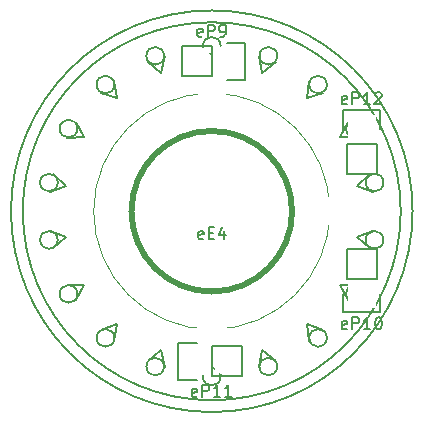
<source format=gto>
%TF.GenerationSoftware,KiCad,Pcbnew,4.1.0-alpha+201609021633+7109~49~ubuntu16.04.1-product*%
%TF.CreationDate,2016-09-14T14:37:25+05:30*%
%TF.ProjectId,OTS2_encB,4F5453325F656E63422E6B696361645F,rev?*%
%TF.FileFunction,Legend,Top*%
%FSLAX46Y46*%
G04 Gerber Fmt 4.6, Leading zero omitted, Abs format (unit mm)*
G04 Created by KiCad (PCBNEW 4.1.0-alpha+201609021633+7109~49~ubuntu16.04.1-product) date Wed Sep 14 14:37:25 2016*
%MOMM*%
%LPD*%
G01*
G04 APERTURE LIST*
%ADD10C,0.101600*%
%ADD11C,0.150000*%
%ADD12C,0.500000*%
%ADD13C,2.700000*%
%ADD14C,3.000000*%
%ADD15R,2.432000X2.432000*%
%ADD16O,2.432000X2.432000*%
G04 APERTURE END LIST*
D10*
X151605000Y-91440000D02*
G75*
G03X151605000Y-91440000I-10000000J0D01*
G01*
D11*
X141605000Y-78940000D02*
X142355000Y-77690000D01*
X140855000Y-77690000D02*
X141605000Y-78940000D01*
X142355000Y-77440000D02*
G75*
G03X142355000Y-77440000I-750000J0D01*
G01*
X157605000Y-91440000D02*
G75*
G03X157605000Y-91440000I-16000000J0D01*
G01*
X158605000Y-91440000D02*
G75*
G03X158605000Y-91440000I-17000000J0D01*
G01*
D12*
X148405000Y-91440000D02*
G75*
G03X148405000Y-91440000I-6800000J0D01*
G01*
D11*
X137566718Y-78284303D02*
G75*
G03X137566718Y-78284303I-750000J0D01*
G01*
X133355973Y-80715378D02*
G75*
G03X133355973Y-80715378I-750000J0D01*
G01*
X130230644Y-84440000D02*
G75*
G03X130230644Y-84440000I-750000J0D01*
G01*
X128567690Y-89008926D02*
G75*
G03X128567690Y-89008926I-749999J0D01*
G01*
X128567691Y-93871074D02*
G75*
G03X128567691Y-93871074I-750000J0D01*
G01*
X130230644Y-98440000D02*
G75*
G03X130230644Y-98440000I-750000J0D01*
G01*
X133355974Y-102164622D02*
G75*
G03X133355974Y-102164622I-750001J0D01*
G01*
X137566718Y-104595697D02*
G75*
G03X137566718Y-104595697I-750000J0D01*
G01*
X142355000Y-105440000D02*
G75*
G03X142355000Y-105440000I-750000J0D01*
G01*
X147143282Y-104595697D02*
G75*
G03X147143282Y-104595697I-750000J0D01*
G01*
X151354027Y-102164622D02*
G75*
G03X151354027Y-102164622I-750000J0D01*
G01*
X154479356Y-98440000D02*
G75*
G03X154479356Y-98440000I-750000J0D01*
G01*
X156142308Y-93871074D02*
G75*
G03X156142308Y-93871074I-749999J0D01*
G01*
X156142309Y-89008926D02*
G75*
G03X156142309Y-89008926I-750000J0D01*
G01*
X154479356Y-84440000D02*
G75*
G03X154479356Y-84440000I-750000J0D01*
G01*
X151354028Y-80715378D02*
G75*
G03X151354028Y-80715378I-750001J0D01*
G01*
X147143282Y-78284303D02*
G75*
G03X147143282Y-78284303I-750000J0D01*
G01*
X137329748Y-79693842D02*
X137606992Y-78262711D01*
X133570155Y-81864444D02*
X133341204Y-80424798D01*
X130779682Y-85190000D02*
X130072151Y-83915481D01*
X129294903Y-89269398D02*
X128194130Y-88313732D01*
X129294903Y-93610602D02*
X127933657Y-93089057D01*
X130779682Y-97690000D02*
X129322151Y-97665481D01*
X133570155Y-101015556D02*
X132192137Y-101491020D01*
X137329748Y-103186158D02*
X136197454Y-104104258D01*
X141605000Y-103940000D02*
X140855000Y-105190000D01*
X145880252Y-103186158D02*
X145603008Y-104617289D01*
X149639845Y-101015556D02*
X149868796Y-102455202D01*
X152430318Y-97690000D02*
X153137849Y-98964519D01*
X153915097Y-93610602D02*
X155015870Y-94566268D01*
X153915097Y-89269398D02*
X155276343Y-89790943D01*
X152430318Y-85190000D02*
X153887849Y-85214519D01*
X149639845Y-81864444D02*
X151017863Y-81388980D01*
X145880252Y-79693842D02*
X147012546Y-78775742D01*
X136197454Y-78775742D02*
X137329748Y-79693842D01*
X132192137Y-81388980D02*
X133570155Y-81864444D01*
X129322151Y-85214519D02*
X130779682Y-85190000D01*
X127933657Y-89790943D02*
X129294903Y-89269398D01*
X128194130Y-94566268D02*
X129294903Y-93610602D01*
X130072151Y-98964519D02*
X130779682Y-97690000D01*
X133341204Y-102455202D02*
X133570155Y-101015556D01*
X137606992Y-104617289D02*
X137329748Y-103186158D01*
X142355000Y-105190000D02*
X141605000Y-103940000D01*
X147012546Y-104104258D02*
X145880252Y-103186158D01*
X151017863Y-101491020D02*
X149639845Y-101015556D01*
X153887849Y-97665481D02*
X152430318Y-97690000D01*
X155276343Y-93089057D02*
X153915097Y-93610602D01*
X155015870Y-88313732D02*
X153915097Y-89269398D01*
X153137849Y-83915481D02*
X152430318Y-85190000D01*
X149868796Y-80424798D02*
X149639845Y-81864444D01*
X145603008Y-78262711D02*
X145880252Y-79693842D01*
X153035000Y-97155000D02*
X153035000Y-94615000D01*
X152755000Y-99975000D02*
X152755000Y-98425000D01*
X153035000Y-97155000D02*
X155575000Y-97155000D01*
X155855000Y-98425000D02*
X155855000Y-99975000D01*
X155855000Y-99975000D02*
X152755000Y-99975000D01*
X155575000Y-97155000D02*
X155575000Y-94615000D01*
X155575000Y-94615000D02*
X153035000Y-94615000D01*
X155575000Y-85725000D02*
X155575000Y-88265000D01*
X155855000Y-82905000D02*
X155855000Y-84455000D01*
X155575000Y-85725000D02*
X153035000Y-85725000D01*
X152755000Y-84455000D02*
X152755000Y-82905000D01*
X152755000Y-82905000D02*
X155855000Y-82905000D01*
X153035000Y-85725000D02*
X153035000Y-88265000D01*
X153035000Y-88265000D02*
X155575000Y-88265000D01*
X141605000Y-102870000D02*
X144145000Y-102870000D01*
X138785000Y-102590000D02*
X140335000Y-102590000D01*
X141605000Y-102870000D02*
X141605000Y-105410000D01*
X140335000Y-105690000D02*
X138785000Y-105690000D01*
X138785000Y-105690000D02*
X138785000Y-102590000D01*
X141605000Y-105410000D02*
X144145000Y-105410000D01*
X144145000Y-105410000D02*
X144145000Y-102870000D01*
X141605000Y-80010000D02*
X139065000Y-80010000D01*
X144425000Y-80290000D02*
X142875000Y-80290000D01*
X141605000Y-80010000D02*
X141605000Y-77470000D01*
X142875000Y-77190000D02*
X144425000Y-77190000D01*
X144425000Y-77190000D02*
X144425000Y-80290000D01*
X141605000Y-77470000D02*
X139065000Y-77470000D01*
X139065000Y-77470000D02*
X139065000Y-80010000D01*
X140866904Y-93749761D02*
X140771666Y-93797380D01*
X140581190Y-93797380D01*
X140485952Y-93749761D01*
X140438333Y-93654523D01*
X140438333Y-93273571D01*
X140485952Y-93178333D01*
X140581190Y-93130714D01*
X140771666Y-93130714D01*
X140866904Y-93178333D01*
X140914523Y-93273571D01*
X140914523Y-93368809D01*
X140438333Y-93464047D01*
X141343095Y-93273571D02*
X141676428Y-93273571D01*
X141819285Y-93797380D02*
X141343095Y-93797380D01*
X141343095Y-92797380D01*
X141819285Y-92797380D01*
X142676428Y-93130714D02*
X142676428Y-93797380D01*
X142438333Y-92749761D02*
X142200238Y-93464047D01*
X142819285Y-93464047D01*
X153043095Y-101369761D02*
X152947857Y-101417380D01*
X152757380Y-101417380D01*
X152662142Y-101369761D01*
X152614523Y-101274523D01*
X152614523Y-100893571D01*
X152662142Y-100798333D01*
X152757380Y-100750714D01*
X152947857Y-100750714D01*
X153043095Y-100798333D01*
X153090714Y-100893571D01*
X153090714Y-100988809D01*
X152614523Y-101084047D01*
X153519285Y-101417380D02*
X153519285Y-100417380D01*
X153900238Y-100417380D01*
X153995476Y-100465000D01*
X154043095Y-100512619D01*
X154090714Y-100607857D01*
X154090714Y-100750714D01*
X154043095Y-100845952D01*
X153995476Y-100893571D01*
X153900238Y-100941190D01*
X153519285Y-100941190D01*
X155043095Y-101417380D02*
X154471666Y-101417380D01*
X154757380Y-101417380D02*
X154757380Y-100417380D01*
X154662142Y-100560238D01*
X154566904Y-100655476D01*
X154471666Y-100703095D01*
X155662142Y-100417380D02*
X155757380Y-100417380D01*
X155852619Y-100465000D01*
X155900238Y-100512619D01*
X155947857Y-100607857D01*
X155995476Y-100798333D01*
X155995476Y-101036428D01*
X155947857Y-101226904D01*
X155900238Y-101322142D01*
X155852619Y-101369761D01*
X155757380Y-101417380D01*
X155662142Y-101417380D01*
X155566904Y-101369761D01*
X155519285Y-101322142D01*
X155471666Y-101226904D01*
X155424047Y-101036428D01*
X155424047Y-100798333D01*
X155471666Y-100607857D01*
X155519285Y-100512619D01*
X155566904Y-100465000D01*
X155662142Y-100417380D01*
X153043095Y-82319761D02*
X152947857Y-82367380D01*
X152757380Y-82367380D01*
X152662142Y-82319761D01*
X152614523Y-82224523D01*
X152614523Y-81843571D01*
X152662142Y-81748333D01*
X152757380Y-81700714D01*
X152947857Y-81700714D01*
X153043095Y-81748333D01*
X153090714Y-81843571D01*
X153090714Y-81938809D01*
X152614523Y-82034047D01*
X153519285Y-82367380D02*
X153519285Y-81367380D01*
X153900238Y-81367380D01*
X153995476Y-81415000D01*
X154043095Y-81462619D01*
X154090714Y-81557857D01*
X154090714Y-81700714D01*
X154043095Y-81795952D01*
X153995476Y-81843571D01*
X153900238Y-81891190D01*
X153519285Y-81891190D01*
X155043095Y-82367380D02*
X154471666Y-82367380D01*
X154757380Y-82367380D02*
X154757380Y-81367380D01*
X154662142Y-81510238D01*
X154566904Y-81605476D01*
X154471666Y-81653095D01*
X155424047Y-81462619D02*
X155471666Y-81415000D01*
X155566904Y-81367380D01*
X155805000Y-81367380D01*
X155900238Y-81415000D01*
X155947857Y-81462619D01*
X155995476Y-81557857D01*
X155995476Y-81653095D01*
X155947857Y-81795952D01*
X155376428Y-82367380D01*
X155995476Y-82367380D01*
X140343095Y-107084761D02*
X140247857Y-107132380D01*
X140057380Y-107132380D01*
X139962142Y-107084761D01*
X139914523Y-106989523D01*
X139914523Y-106608571D01*
X139962142Y-106513333D01*
X140057380Y-106465714D01*
X140247857Y-106465714D01*
X140343095Y-106513333D01*
X140390714Y-106608571D01*
X140390714Y-106703809D01*
X139914523Y-106799047D01*
X140819285Y-107132380D02*
X140819285Y-106132380D01*
X141200238Y-106132380D01*
X141295476Y-106180000D01*
X141343095Y-106227619D01*
X141390714Y-106322857D01*
X141390714Y-106465714D01*
X141343095Y-106560952D01*
X141295476Y-106608571D01*
X141200238Y-106656190D01*
X140819285Y-106656190D01*
X142343095Y-107132380D02*
X141771666Y-107132380D01*
X142057380Y-107132380D02*
X142057380Y-106132380D01*
X141962142Y-106275238D01*
X141866904Y-106370476D01*
X141771666Y-106418095D01*
X143295476Y-107132380D02*
X142724047Y-107132380D01*
X143009761Y-107132380D02*
X143009761Y-106132380D01*
X142914523Y-106275238D01*
X142819285Y-106370476D01*
X142724047Y-106418095D01*
X140819285Y-76604761D02*
X140724047Y-76652380D01*
X140533571Y-76652380D01*
X140438333Y-76604761D01*
X140390714Y-76509523D01*
X140390714Y-76128571D01*
X140438333Y-76033333D01*
X140533571Y-75985714D01*
X140724047Y-75985714D01*
X140819285Y-76033333D01*
X140866904Y-76128571D01*
X140866904Y-76223809D01*
X140390714Y-76319047D01*
X141295476Y-76652380D02*
X141295476Y-75652380D01*
X141676428Y-75652380D01*
X141771666Y-75700000D01*
X141819285Y-75747619D01*
X141866904Y-75842857D01*
X141866904Y-75985714D01*
X141819285Y-76080952D01*
X141771666Y-76128571D01*
X141676428Y-76176190D01*
X141295476Y-76176190D01*
X142343095Y-76652380D02*
X142533571Y-76652380D01*
X142628809Y-76604761D01*
X142676428Y-76557142D01*
X142771666Y-76414285D01*
X142819285Y-76223809D01*
X142819285Y-75842857D01*
X142771666Y-75747619D01*
X142724047Y-75700000D01*
X142628809Y-75652380D01*
X142438333Y-75652380D01*
X142343095Y-75700000D01*
X142295476Y-75747619D01*
X142247857Y-75842857D01*
X142247857Y-76080952D01*
X142295476Y-76176190D01*
X142343095Y-76223809D01*
X142438333Y-76271428D01*
X142628809Y-76271428D01*
X142724047Y-76223809D01*
X142771666Y-76176190D01*
X142819285Y-76080952D01*
%LPC*%
D13*
X140035000Y-91440000D03*
D14*
X141605000Y-95940000D03*
D13*
X141605000Y-100700000D03*
D14*
X141605000Y-86940000D03*
D13*
X141605000Y-82180000D03*
X150865000Y-91440000D03*
D15*
X154305000Y-98425000D03*
D16*
X154305000Y-95885000D03*
D15*
X154305000Y-84455000D03*
D16*
X154305000Y-86995000D03*
D15*
X140335000Y-104140000D03*
D16*
X142875000Y-104140000D03*
D15*
X142875000Y-78740000D03*
D16*
X140335000Y-78740000D03*
M02*

</source>
